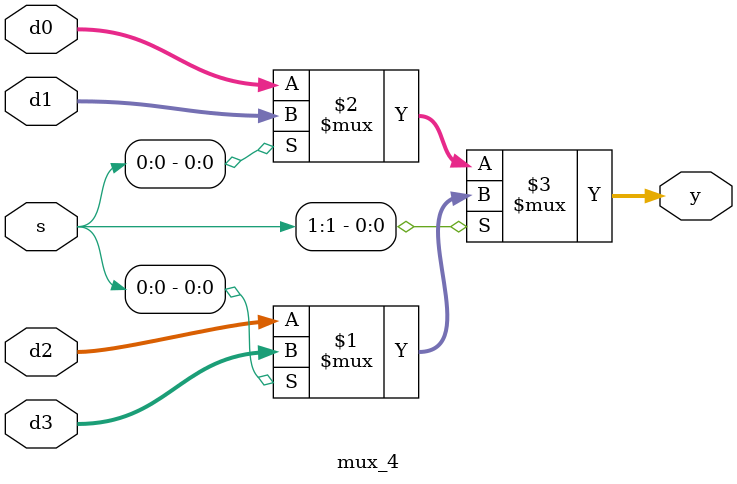
<source format=sv>
module mux_4(input logic [7:0] d0, d1, d2, d3,
    input logic [1:0] s,
    output logic [7:0] y);
    
    assign y = s[1] ?
    (s[0] ? d3 : d2):
    (s[0] ? d1 : d0);
endmodule
</source>
